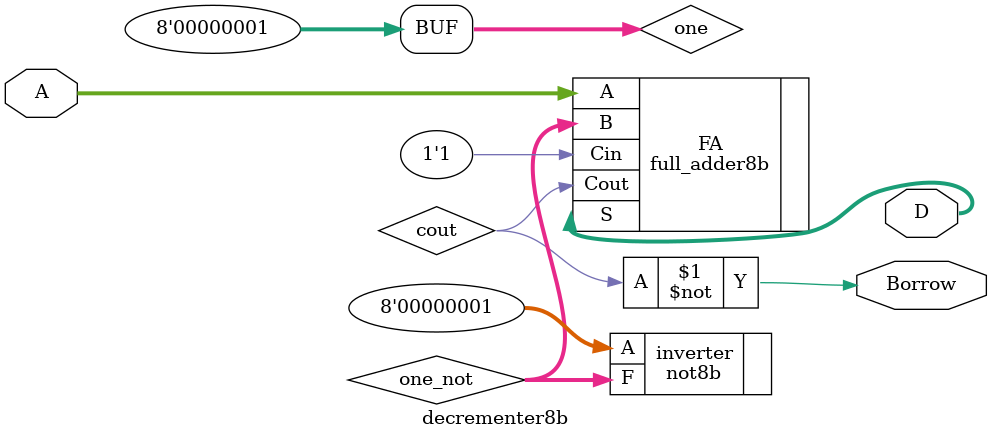
<source format=v>
`include "full_adder8b.v"
`include "not8b.v"

module decrementer8b(
    output wire [7:0] D,
    output wire Borrow,
    input wire [7:0] A
);

    wire [7:0] one_not;
    wire cout;

    wire [7:0] one = 8'b00000001;

    not8b inverter(.F(one_not), .A(one));

    full_adder8b FA (
        .S(D),
        .Cout(cout),
        .A(A),
        .B(one_not),
        .Cin(1'b1)
    );

    assign Borrow = ~cout;

endmodule

</source>
